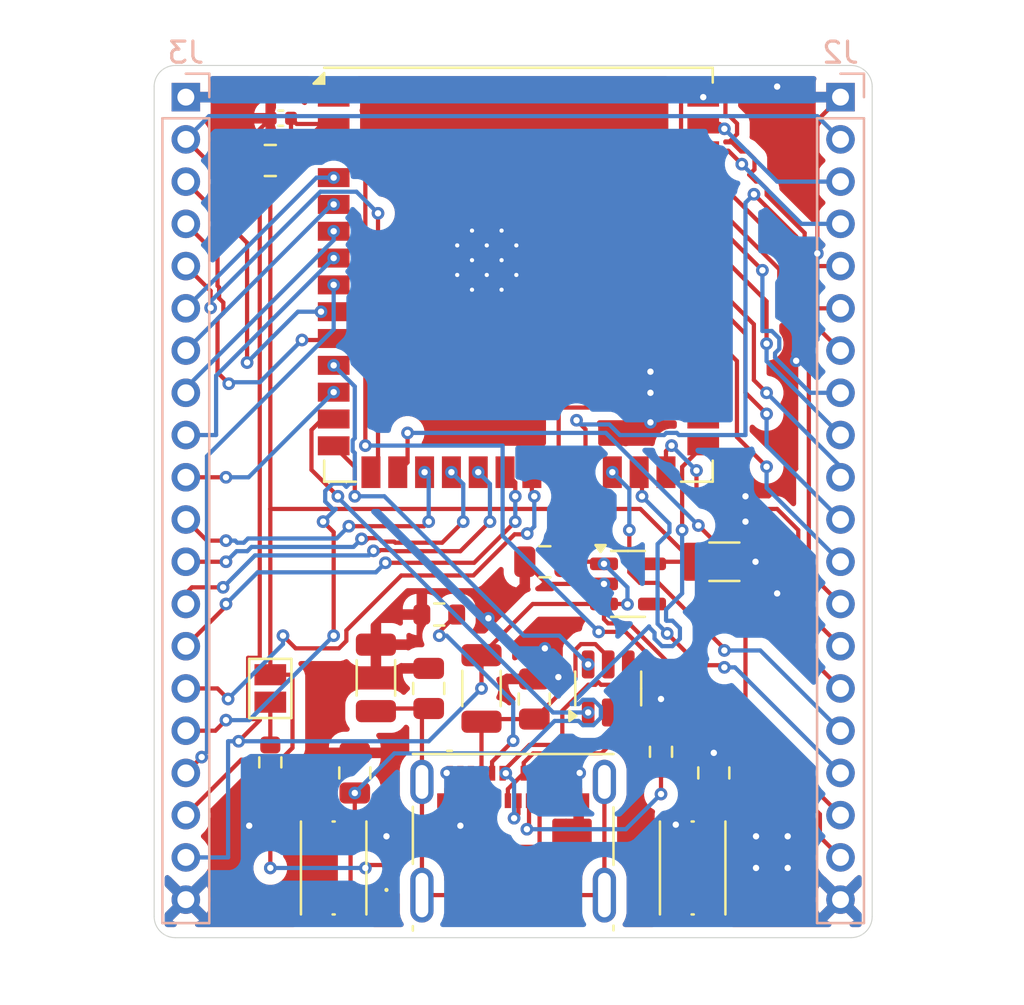
<source format=kicad_pcb>
(kicad_pcb (version 20241229) (generator "pcbnew") (generator_version "9.0")
  (layers (0 "F.Cu" signal) (2 "B.Cu" signal) (13 "F.Paste" user) (15 "B.Paste" user) (5 "F.SilkS" user "F.Silkscreen") (7 "B.SilkS" user "B.Silkscreen") (1 "F.Mask" user) (3 "B.Mask" user) (25 "Edge.Cuts" user))
  (net 0 "")
  (net 1 "+5V")
  (net 2 "GND")
  (net 3 "/en")
  (net 4 "/boot")
  (net 5 "VBUS")
  (net 6 "Net-(J1-SHIELD)")
  (net 7 "+3V3")
  (net 10 "Net-(D2-A)")
  (net 11 "/D-")
  (net 13 "Net-(J1-CC1)")
  (net 14 "/D+")
  (net 15 "Net-(J1-CC2)")
  (net 18 "/GPIO6")
  (net 19 "/GPIO13")
  (net 20 "/GPIO8")
  (net 21 "/GPIO7")
  (net 22 "/GPIO15")
  (net 23 "/GPIO0")
  (net 24 "/GPIO4")
  (net 25 "/GPIO9")
  (net 26 "/GPIO3")
  (net 27 "/GPIO2")
  (net 28 "/GPIO5")
  (net 29 "/GPIO1")
  (net 30 "/GPIO11")
  (net 31 "/GPIO12")
  (net 32 "/GPIO14")
  (net 33 "/GPIO16")
  (net 34 "/GPIO28")
  (net 35 "/GPIO24")
  (net 36 "/GPIO20")
  (net 37 "/GPIO26")
  (net 38 "/GPIO29")
  (net 39 "/GPIO27")
  (net 40 "/GPIO30")
  (net 41 "/GPIO25")
  (net 42 "/GPIO18")
  (net 43 "/GPIO17")
  (net 44 "/GPIO22")
  (net 45 "/GPIO23")
  (net 46 "/GPIO19")
  (net 47 "/GPIO21")
  (net 48 "Net-(JP1-A)")
  (net 49 "/USB_D-")
  (net 50 "/USB_D+")
  (footprint "Capacitor_SMD:C_0805_2012Metric" (layer "F.Cu") (at 90 55 90)
    (property "Reference" "C2" (hide yes))
    (property "Value" "0.1u" (hide yes))
  )
  (footprint "Capacitor_SMD:C_0805_2012Metric" (layer "F.Cu") (at 82 45 180)
    (property "Reference" "C6" (hide yes))
    (property "Value" "10u" (hide yes))
  )
  (footprint "Capacitor_SMD:C_0805_2012Metric" (layer "F.Cu") (at 76.5 51 90)
    (property "Reference" "C5" (hide yes))
    (property "Value" "0.1u" (hide yes))
  )
  (footprint "Button_Switch_SMD:SW_Push_1P1T_NO_CK_KMR2" (layer "F.Cu") (at 89 59.5 90)
    (property "Reference" "SW1" (hide yes))
    (property "Value" "SW_Push" (hide yes))
  )
  (footprint "Resistor_SMD:R_0603_1608Metric" (layer "F.Cu") (at 87.5 54 90)
    (property "Reference" "R2" (hide yes))
    (property "Value" "5.1k" (hide yes))
  )
  (footprint "Capacitor_SMD:C_1206_3216Metric" (layer "F.Cu") (at 90.5 45)
    (property "Reference" "C7" (hide yes))
    (property "Value" "4.7u" (hide yes))
  )
  (footprint "Capacitor_SMD:C_0805_2012Metric" (layer "F.Cu") (at 73 55 90)
    (property "Reference" "C3" (hide yes))
    (property "Value" "0.1u" (hide yes))
  )
  (footprint "Capacitor_SMD:C_0805_2012Metric" (layer "F.Cu") (at 69 26 180)
    (property "Reference" "C9" (hide yes))
    (property "Value" "0.1u" (hide yes))
  )
  (footprint "Package_TO_SOT_SMD:SOT-23-6" (layer "F.Cu") (at 85 51 90)
    (property "Reference" "U2" (hide yes))
    (property "Value" "USBLC6-2SC6" (hide yes))
  )
  (footprint "Inductor_SMD:L_1206_3216Metric" (layer "F.Cu") (at 74 50.5 -90)
    (property "Reference" "FB2" (hide yes))
    (property "Value" ">1A-" (hide yes))
  )
  (footprint "Jumper:SolderJumper-2_P1.3mm_Open_Pad1.0x1.5mm" (layer "F.Cu") (at 69 51 90)
    (property "Reference" "JP1" (hide yes))
    (property "Value" "SolderJumper_2_Open" (hide yes))
  )
  (footprint "Capacitor_SMD:C_0402_1005Metric" (layer "F.Cu") (at 69.5 24 180)
    (property "Reference" "C8" (hide yes))
    (property "Value" "10u" (hide yes))
  )
  (footprint "Capacitor_SMD:C_0805_2012Metric" (layer "F.Cu") (at 81.5 51.5 90)
    (property "Reference" "C4" (hide yes))
    (property "Value" "0.1u" (hide yes))
  )
  (footprint "Resistor_SMD:R_0603_1608Metric" (layer "F.Cu") (at 69 54.5 -90)
    (property "Reference" "R4" (hide yes))
    (property "Value" "100r" (hide yes))
  )
  (footprint "Inductor_SMD:L_1206_3216Metric" (layer "F.Cu") (at 79 51 -90)
    (property "Reference" "FB1" (hide yes))
    (property "Value" ">1A-" (hide yes))
  )
  (footprint "Resistor_SMD:R_0603_1608Metric" (layer "F.Cu") (at 77 47.5 180)
    (property "Reference" "R3" (hide yes))
    (property "Value" "5.1k" (hide yes))
  )
  (footprint "Package_TO_SOT_SMD:SOT-23-5" (layer "F.Cu") (at 85.9375 46.05)
    (property "Reference" "U3" (hide yes))
    (property "Value" "XC6220B331MR" (hide yes))
  )
  (footprint "Connector_USB:USB_C_Receptacle_Molex_105450-0101" (layer "F.Cu") (at 80.5 58.23)
    (property "Reference" "J1" (hide yes))
    (property "Value" "USB_C_Receptacle_USB2.0_16P" (hide yes))
  )
  (footprint "LED_SMD:LED_0201_0603Metric" (layer "F.Cu") (at 74.5 59.68 90)
    (property "Reference" "D2" (hide yes))
    (property "Value" "LED" (hide yes))
  )
  (footprint "RF_Module:ESP32-S3-WROOM-1U" (layer "F.Cu") (at 80.75 31.41)
    (property "Reference" "U4" (hide yes))
    (property "Value" "ESP32-S3-WROOM-2" (hide yes))
  )
  (footprint "Button_Switch_SMD:SW_Push_1P1T_NO_CK_KMR2" (layer "F.Cu") (at 72 59.5 90)
    (property "Reference" "SW2" (hide yes))
    (property "Value" "SW_Push" (hide yes))
  )
  (footprint "Connector_PinHeader_2.00mm:PinHeader_1x20_P2.00mm_Vertical" (layer "B.Cu") (at 96 23 180)
    (property "Reference" "J2")
    (property "Value" "Conn_01x20")
  )
  (footprint "Connector_PinHeader_2.00mm:PinHeader_1x20_P2.00mm_Vertical" (layer "B.Cu") (at 65 23 180)
    (property "Reference" "J3")
    (property "Value" "Conn_01x20")
  )
  (gr_line (start 64.5 21.5) (end 96.5 21.5) (stroke (width 0.05)) (layer "Edge.Cuts"))
  (gr_arc (start 64.5 62.8) (mid 63.792893 62.507107) (end 63.5 61.8) (stroke (width 0.05)) (layer "Edge.Cuts"))
  (gr_arc (start 97.5 61.8) (mid 97.207107 62.507107) (end 96.5 62.8) (stroke (width 0.05)) (layer "Edge.Cuts"))
  (gr_line (start 97.5 22.5) (end 97.5 61.8) (stroke (width 0.05)) (layer "Edge.Cuts"))
  (gr_line (start 63.5 61.8) (end 63.5 22.5) (stroke (width 0.05)) (layer "Edge.Cuts"))
  (gr_line (start 96.5 62.8) (end 64.5 62.8) (stroke (width 0.05)) (layer "Edge.Cuts"))
  (gr_arc (start 63.5 22.5) (mid 63.792893 21.792893) (end 64.5 21.5) (stroke (width 0.05)) (layer "Edge.Cuts"))
  (gr_arc (start 96.5 21.5) (mid 97.207107 21.792893) (end 97.5 22.5) (stroke (width 0.05)) (layer "Edge.Cuts"))
  (segment (start 81.425 47) (end 79 49.425) (width 0.2) (layer "F.Cu") (net 1))
  (segment (start 85.895898 47) (end 85.9125 47.016602) (width 0.2) (layer "F.Cu") (net 1))
  (segment (start 84.8 47) (end 84.8 47.72115) (width 0.2) (layer "F.Cu") (net 1))
  (segment (start 84.7 45) (end 84.8 45.1) (width 0.2) (layer "F.Cu") (net 1))
  (segment (start 84.8 47) (end 85.895898 47) (width 0.2) (layer "F.Cu") (net 1))
  (segment (start 82.949999 45) (end 84.7 45) (width 0.2) (layer "F.Cu") (net 1))
  (segment (start 68.5 52.5) (end 67.5 53.5) (width 0.2) (layer "F.Cu") (net 1))
  (segment (start 68.5 49.549001) (end 67.949 49.549001) (width 0.2) (layer "F.Cu") (net 1))
  (segment (start 85.98632 47.91922) (end 95.024 56.9569) (width 0.2) (layer "F.Cu") (net 1))
  (segment (start 84.8 47.72115) (end 84.99807 47.91922) (width 0.2) (layer "F.Cu") (net 1))
  (segment (start 68.5 52.450999) (end 68.5 52.5) (width 0.2) (layer "F.Cu") (net 1))
  (segment (start 95.024 58.024) (end 96 59) (width 0.2) (layer "F.Cu") (net 1))
  (segment (start 67.949 52.450999) (end 68.5 52.450999) (width 0.2) (layer "F.Cu") (net 1))
  (segment (start 68.5 28.5) (end 68.5 49.549001) (width 0.2) (layer "F.Cu") (net 1))
  (segment (start 84.99807 47.91922) (end 85.98632 47.91922) (width 0.2) (layer "F.Cu") (net 1))
  (segment (start 84.137501 47) (end 84.8 47) (width 0.2) (layer "F.Cu") (net 1))
  (segment (start 67.949 49.549001) (end 67.949 52.450999) (width 0.2) (layer "F.Cu") (net 1))
  (segment (start 65 25) (end 68.5 28.5) (width 0.2) (layer "F.Cu") (net 1))
  (segment (start 84.8 45.1) (end 84.445532 45.1) (width 0.2) (layer "F.Cu") (net 1))
  (segment (start 79 49.425) (end 79 51) (width 0.2) (layer "F.Cu") (net 1))
  (segment (start 84.8 47) (end 81.425 47) (width 0.2) (layer "F.Cu") (net 1))
  (segment (start 95.024 56.9569) (end 95.024 58.024) (width 0.2) (layer "F.Cu") (net 1))
  (via (at 84.8 45.1) (size 0.6) (drill 0.3) (layers "F.Cu" "B.Cu") (net 1))
  (via (at 79 51) (size 0.6) (drill 0.3) (layers "F.Cu" "B.Cu") (net 1))
  (via (at 67.5 53.5) (size 0.6) (drill 0.3) (layers "F.Cu" "B.Cu") (net 1))
  (via (at 85.9125 47.016602) (size 0.6) (drill 0.3) (layers "F.Cu" "B.Cu") (net 1))
  (segment (start 85.9125 47.016602) (end 85.9125 46.2125) (width 0.2) (layer "B.Cu") (net 1))
  (segment (start 79 51) (end 76.5 53.5) (width 0.2) (layer "B.Cu") (net 1))
  (segment (start 67.5 53.5) (end 67 53.5) (width 0.2) (layer "B.Cu") (net 1))
  (segment (start 67 59) (end 65 59) (width 0.2) (layer "B.Cu") (net 1))
  (segment (start 85.9125 46.2125) (end 84.8 45.1) (width 0.2) (layer "B.Cu") (net 1))
  (segment (start 66.101 23.899) (end 65 25) (width 0.2) (layer "B.Cu") (net 1))
  (segment (start 94.899 23.899) (end 66.101 23.899) (width 0.2) (layer "B.Cu") (net 1))
  (segment (start 96 25) (end 94.899 23.899) (width 0.2) (layer "B.Cu") (net 1))
  (segment (start 76.5 53.5) (end 67.5 53.5) (width 0.2) (layer "B.Cu") (net 1))
  (segment (start 67 53.5) (end 67 59) (width 0.2) (layer "B.Cu") (net 1))
  (segment (start 79.325735 47.674265) (end 81.050001 45.949999) (width 0.2) (layer "F.Cu") (net 2))
  (segment (start 81.050001 45) (end 82.100001 46.05) (width 0.2) (layer "F.Cu") (net 2))
  (segment (start 91.975001 43.575001) (end 91.5 43.1) (width 0.2) (layer "F.Cu") (net 2))
  (segment (start 68.050001 24.969999) (end 69.02 24) (width 0.2) (layer "F.Cu") (net 2))
  (segment (start 75.001 58.501) (end 74.5 58) (width 0.2) (layer "F.Cu") (net 2))
  (segment (start 75.001 59.65887) (end 75.001 58.501) (width 0.2) (layer "F.Cu") (net 2))
  (segment (start 72 23) (end 74 23) (width 0.2) (layer "F.Cu") (net 2))
  (segment (start 96 23) (end 94.902 24.098) (width 0.2) (layer "F.Cu") (net 2))
  (segment (start 91.975001 45) (end 91.975001 45.475001) (width 0.2) (layer "F.Cu") (net 2))
  (segment (start 68.050001 26) (end 68.050001 24.969999) (width 0.2) (layer "F.Cu") (net 2))
  (segment (start 83.5 55.015) (end 83.635002 55.015) (width 0.2) (layer "F.Cu") (net 2))
  (segment (start 74.65987 60) (end 75.001 59.65887) (width 0.2) (layer "F.Cu") (net 2))
  (segment (start 81.5 50.550001) (end 82.551471 50.550001) (width 0.2) (layer "F.Cu") (net 2))
  (segment (start 87 36) (end 87 37) (width 0.2) (layer "F.Cu") (net 2))
  (segment (start 74 23) (end 87 36) (width 0.2) (layer "F.Cu") (net 2))
  (segment (start 93.9 35.484372) (end 93.9 40.6) (width 0.2) (layer "F.Cu") (net 2))
  (segment (start 81.050001 45.949999) (end 81.050001 45) (width 0.2) (layer "F.Cu") (net 2))
  (segment (start 82.551471 50.550001) (end 82.638972 50.4625) (width 0.2) (layer "F.Cu") (net 2))
  (segment (start 92.6 41.9) (end 91.5 41.9) (width 0.2) (layer "F.Cu") (net 2))
  (segment (start 77.5 55.015) (end 77.364998 55.015) (width 0.2) (layer "F.Cu") (net 2))
  (segment (start 93.9 40.6) (end 92.6 41.9) (width 0.2) (layer "F.Cu") (net 2))
  (segment (start 94.902 24.098) (end 94.902 30.4) (width 0.2) (layer "F.Cu") (net 2))
  (segment (start 81.72 30.72) (end 79.25 30.72) (width 0.2) (layer "F.Cu") (net 2))
  (segment (start 85 51.734068) (end 85.734068 51) (width 0.2) (layer "F.Cu") (net 2))
  (segment (start 85.734068 51) (end 87 51) (width 0.2) (layer "F.Cu") (net 2))
  (segment (start 87.5 53.175) (end 87.5 51.5) (width 0.2) (layer "F.Cu") (net 2))
  (segment (start 87 51) (end 87.5 51.5) (width 0.2) (layer "F.Cu") (net 2))
  (segment (start 83.635002 55.015) (end 83.650002 55) (width 0.2) (layer "F.Cu") (net 2))
  (segment (start 87 36) (end 81.72 30.72) (width 0.2) (layer "F.Cu") (net 2))
  (segment (start 74.5 60) (end 74.65987 60) (width 0.2) (layer "F.Cu") (net 2))
  (segment (start 82.100001 46.05) (end 84.8 46.05) (width 0.2) (layer "F.Cu") (net 2))
  (segment (start 77.364998 55.015) (end 77.349998 55) (width 0.2) (layer "F.Cu") (net 2))
  (segment (start 91.975001 45) (end 91.975001 43.575001) (width 0.2) (layer "F.Cu") (net 2))
  (segment (start 85 52.1375) (end 85 51.734068) (width 0.2) (layer "F.Cu") (net 2))
  (segment (start 91.975001 45.475001) (end 93 46.5) (width 0.2) (layer "F.Cu") (net 2))
  (via (at 68 57.5) (size 0.6) (drill 0.3) (layers "F.Cu" "B.Cu") (net 2))
  (via (at 88.2 57.450001) (size 0.6) (drill 0.3) (layers "F.Cu" "B.Cu") (net 2))
  (via (at 74.5 58) (size 0.6) (drill 0.3) (layers "F.Cu" "B.Cu") (net 2))
  (via (at 93 22.5) (size 0.6) (drill 0.3) (layers "F.Cu" "B.Cu") (net 2))
  (via (at 92 59.5) (size 0.6) (drill 0.3) (layers "F.Cu" "B.Cu") (net 2))
  (via (at 93.5 58) (size 0.6) (drill 0.3) (layers "F.Cu" "B.Cu") (net 2))
  (via (at 79.325735 47.674265) (size 0.6) (drill 0.3) (layers "F.Cu" "B.Cu") (net 2))
  (via (at 82.638972 50.4625) (size 0.6) (drill 0.3) (layers "F.Cu" "B.Cu") (net 2))
  (via (at 93.9 35.484372) (size 0.6) (drill 0.3) (layers "F.Cu" "B.Cu") (net 2))
  (via (at 82 49.1) (size 0.6) (drill 0.3) (layers "F.Cu" "B.Cu") (net 2))
  (via (at 90 54.050001) (size 0.6) (drill 0.3) (layers "F.Cu" "B.Cu") (net 2))
  (via (at 83.650002 55) (size 0.6) (drill 0.3) (layers "F.Cu" "B.Cu") (net 2))
  (via (at 84.8 46.05) (size 0.6) (drill 0.3) (layers "F.Cu" "B.Cu") (net 2))
  (via (at 87 37) (size 0.6) (drill 0.3) (layers "F.Cu" "B.Cu") (net 2))
  (via (at 94.902 30.4) (size 0.6) (drill 0.3) (layers "F.Cu" "B.Cu") (net 2))
  (via (at 77.349998 55) (size 0.6) (drill 0.3) (layers "F.Cu" "B.Cu") (net 2))
  (via (at 89.5 23) (size 0.6) (drill 0.3) (layers "F.Cu" "B.Cu") (net 2))
  (via (at 92 58) (size 0.6) (drill 0.3) (layers "F.Cu" "B.Cu") (net 2))
  (via (at 87.5 51.5) (size 0.6) (drill 0.3) (layers "F.Cu" "B.Cu") (net 2))
  (via (at 87 36) (size 0.6) (drill 0.3) (layers "F.Cu" "B.Cu") (net 2))
  (via (at 91.5 43.1) (size 0.6) (drill 0.3) (layers "F.Cu" "B.Cu") (net 2))
  (via (at 91.975001 45) (size 0.6) (drill 0.3) (layers "F.Cu" "B.Cu") (net 2))
  (via (at 78 57.5) (size 0.6) (drill 0.3) (layers "F.Cu" "B.Cu") (net 2))
  (via (at 91.5 41.9) (size 0.6) (drill 0.3) (layers "F.Cu" "B.Cu") (net 2))
  (via (at 87 38.4) (size 0.6) (drill 0.3) (layers "F.Cu" "B.Cu") (net 2))
  (via (at 93 46.5) (size 0.6) (drill 0.3) (layers "F.Cu" "B.Cu") (net 2))
  (via (at 93.5 59.5) (size 0.6) (drill 0.3) (layers "F.Cu" "B.Cu") (net 2))
  (segment (start 94.902 34.482372) (end 93.9 35.484372) (width 0.2) (layer "B.Cu") (net 2))
  (segment (start 82 49.1) (end 80.75147 49.1) (width 0.2) (layer "B.Cu") (net 2))
  (segment (start 80.75147 49.1) (end 79.325735 47.674265) (width 0.2) (layer "B.Cu") (net 2))
  (segment (start 82.638972 49.738972) (end 82 49.1) (width 0.2) (layer "B.Cu") (net 2))
  (segment (start 91.5 41.9) (end 91.5 43.1) (width 0.2) (layer "B.Cu") (net 2))
  (segment (start 87 37) (end 87 38.4) (width 0.2) (layer "B.Cu") (net 2))
  (segment (start 82.638972 50.4625) (end 82.638972 49.738972) (width 0.2) (layer "B.Cu") (net 2))
  (segment (start 94.902 30.4) (end 94.902 34.482372) (width 0.2) (layer "B.Cu") (net 2))
  (segment (start 85.82022 48.32022) (end 88.974 51.474) (width 0.2) (layer "F.Cu") (net 3))
  (segment (start 88.974 51.474) (end 88.974 54.923999) (width 0.2) (layer "F.Cu") (net 3))
  (segment (start 89.8 56.149999) (end 90 55.949999) (width 0.2) (layer "F.Cu") (net 3))
  (segment (start 73.5 26.09) (end 73.5 39.5) (width 0.2) (layer "F.Cu") (net 3))
  (segment (start 88.974 54.923999) (end 90 55.949999) (width 0.2) (layer "F.Cu") (net 3))
  (segment (start 89.8 61.549999) (end 89.8 57.450001) (width 0.2) (layer "F.Cu") (net 3))
  (segment (start 72.95 25.54) (end 73.5 26.09) (width 0.2) (layer "F.Cu") (net 3))
  (segment (start 89.8 57.450001) (end 89.8 56.149999) (width 0.2) (layer "F.Cu") (net 3))
  (segment (start 72 25.54) (end 72.95 25.54) (width 0.2) (layer "F.Cu") (net 3))
  (segment (start 84.549127 48.32022) (end 85.82022 48.32022) (width 0.2) (layer "F.Cu") (net 3))
  (via (at 73.5 39.5) (size 0.6) (drill 0.3) (layers "F.Cu" "B.Cu") (net 3))
  (via (at 84.549127 48.32022) (size 0.6) (drill 0.3) (layers "F.Cu" "B.Cu") (net 3))
  (segment (start 73.5 39.5) (end 80 39.5) (width 0.2) (layer "B.Cu") (net 3))
  (segment (start 80 39.5) (end 80 43.771093) (width 0.2) (layer "B.Cu") (net 3))
  (segment (start 80 43.771093) (end 84.549127 48.32022) (width 0.2) (layer "B.Cu") (net 3))
  (segment (start 88.5 40.51) (end 89.5 39.51) (width 0.2) (layer "F.Cu") (net 4))
  (segment (start 88.5 43.5) (end 88.5 40.51) (width 0.2) (layer "F.Cu") (net 4))
  (segment (start 72.8 57.450001) (end 72.8 61.549999) (width 0.2) (layer "F.Cu") (net 4))
  (segment (start 73 57.250001) (end 72.8 57.450001) (width 0.2) (layer "F.Cu") (net 4))
  (segment (start 73 55.949999) (end 73 57.250001) (width 0.2) (layer "F.Cu") (net 4))
  (via (at 88.5 43.5) (size 0.6) (drill 0.3) (layers "F.Cu" "B.Cu") (net 4))
  (via (at 73 55.949999) (size 0.6) (drill 0.3) (layers "F.Cu" "B.Cu") (net 4))
  (segment (start 84.298944 52.7385) (end 83.801058 52.7385) (width 0.2) (layer "B.Cu") (net 4))
  (segment (start 86.937235 48.104335) (end 86.937235 48.062765) (width 0.2) (layer "B.Cu") (net 4))
  (segment (start 87.739235 47.260765) (end 87.739235 47.772135) (width 0.2) (layer "B.Cu") (net 4))
  (segment (start 88.0434 47.793457) (end 88.395457 48.145514) (width 0.2) (layer "B.Cu") (net 4))
  (segment (start 86.937235 48.062765) (end 83.2635 51.7365) (width 0.2) (layer "B.Cu") (net 4))
  (segment (start 88.395457 48.145514) (end 88.395457 48.6434) (width 0.2) (layer "B.Cu") (net 4))
  (segment (start 87.760557 47.793457) (end 88.0434 47.793457) (width 0.2) (layer "B.Cu") (net 4))
  (segment (start 83.601058 51.7365) (end 83.801058 51.5365) (width 0.2) (layer "B.Cu") (net 4))
  (segment (start 87.193457 48.360557) (end 86.937235 48.104335) (width 0.2) (layer "B.Cu") (net 4))
  (segment (start 88.0434 48.995457) (end 87.545514 48.995457) (width 0.2) (layer "B.Cu") (net 4))
  (segment (start 88.5 43.5) (end 88.5 46.5) (width 0.2) (layer "B.Cu") (net 4))
  (segment (start 82.4615 52.5385) (end 80.926 54.074) (width 0.2) (layer "B.Cu") (net 4))
  (segment (start 83.801058 52.7385) (end 83.601058 52.5385) (width 0.2) (layer "B.Cu") (net 4))
  (segment (start 84.651001 52.386443) (end 84.298944 52.7385) (width 0.2) (layer "B.Cu") (net 4))
  (segment (start 88.395457 48.6434) (end 88.0434 48.995457) (width 0.2) (layer "B.Cu") (net 4))
  (segment (start 83.2635 51.7365) (end 83.601058 51.7365) (width 0.2) (layer "B.Cu") (net 4))
  (segment (start 74.875999 54.074) (end 73 55.949999) (width 0.2) (layer "B.Cu") (net 4))
  (segment (start 83.601058 52.5385) (end 82.4615 52.5385) (width 0.2) (layer "B.Cu") (net 4))
  (segment (start 87.193457 48.6434) (end 87.193457 48.360557) (width 0.2) (layer "B.Cu") (net 4))
  (segment (start 80.926 54.074) (end 74.875999 54.074) (width 0.2) (layer "B.Cu") (net 4))
  (segment (start 88.5 46.5) (end 87.739235 47.260765) (width 0.2) (layer "B.Cu") (net 4))
  (segment (start 87.739235 47.772135) (end 87.760557 47.793457) (width 0.2) (layer "B.Cu") (net 4))
  (segment (start 84.651001 51.888557) (end 84.651001 52.386443) (width 0.2) (layer "B.Cu") (net 4))
  (segment (start 83.801058 51.5365) (end 84.298944 51.5365) (width 0.2) (layer "B.Cu") (net 4))
  (segment (start 84.298944 51.5365) (end 84.651001 51.888557) (width 0.2) (layer "B.Cu") (net 4))
  (segment (start 87.545514 48.995457) (end 87.193457 48.6434) (width 0.2) (layer "B.Cu") (net 4))
  (segment (start 79.25 58.5) (end 81.75 58.5) (width 0.2) (layer "F.Cu") (net 5))
  (segment (start 79.25 56.315) (end 79.25 58.5) (width 0.2) (layer "F.Cu") (net 5))
  (segment (start 81.5 52.449999) (end 79.125001 52.449999) (width 0.2) (layer "F.Cu") (net 5))
  (segment (start 79 55.015) (end 79 55.565) (width 0.2) (layer "F.Cu") (net 5))
  (segment (start 79.25 55.815) (end 79.25 56.315) (width 0.2) (layer "F.Cu") (net 5))
  (segment (start 79 55.565) (end 79.25 55.815) (width 0.2) (layer "F.Cu") (net 5))
  (segment (start 83.449001 49.159032) (end 83.449001 50.500998) (width 0.2) (layer "F.Cu") (net 5))
  (segment (start 79 52.575) (end 79 55.015) (width 0.2) (layer "F.Cu") (net 5))
  (segment (start 81.75 56.315) (end 81.75 55.765) (width 0.2) (layer "F.Cu") (net 5))
  (segment (start 81.75 58.5) (end 81.75 56.315) (width 0.2) (layer "F.Cu") (net 5))
  (segment (start 83.449001 50.500998) (end 81.5 52.449999) (width 0.2) (layer "F.Cu") (net 5))
  (segment (start 81.75 55.765) (end 82 55.515) (width 0.2) (layer "F.Cu") (net 5))
  (segment (start 84.390969 48.899) (end 83.709033 48.899) (width 0.2) (layer "F.Cu") (net 5))
  (segment (start 82 55.515) (end 82 55.015) (width 0.2) (layer "F.Cu") (net 5))
  (segment (start 79.125001 52.449999) (end 79 52.575) (width 0.2) (layer "F.Cu") (net 5))
  (segment (start 83.709033 48.899) (end 83.449001 49.159032) (width 0.2) (layer "F.Cu") (net 5))
  (segment (start 85 49.8625) (end 85 49.508031) (width 0.2) (layer "F.Cu") (net 5))
  (segment (start 85 49.508031) (end 84.390969 48.899) (width 0.2) (layer "F.Cu") (net 5))
  (segment (start 76.18 52.269999) (end 76.5 51.949999) (width 0.2) (layer "F.Cu") (net 6))
  (segment (start 76.18 60.785) (end 76.18 55.425) (width 0.2) (layer "F.Cu") (net 6))
  (segment (start 84.82 55.425) (end 84.82 60.785) (width 0.2) (layer "F.Cu") (net 6))
  (segment (start 76.18 55.425) (end 76.18 52.269999) (width 0.2) (layer "F.Cu") (net 6))
  (segment (start 74.125001 51.949999) (end 74 52.075) (width 0.2) (layer "F.Cu") (net 6))
  (segment (start 76.5 51.949999) (end 74.125001 51.949999) (width 0.2) (layer "F.Cu") (net 6))
  (segment (start 84.82 60.785) (end 76.18 60.785) (width 0.2) (layer "F.Cu") (net 6))
  (segment (start 69.98 24) (end 69.98 25.969999) (width 0.2) (layer "F.Cu") (net 7))
  (segment (start 67.624 54.376) (end 69.488064 54.376) (width 0.2) (layer "F.Cu") (net 7))
  (segment (start 89.024999 45) (end 87.175 45) (width 0.2) (layer "F.Cu") (net 7))
  (segment (start 69.488064 54.376) (end 70.051 53.813064) (width 0.2) (layer "F.Cu") (net 7))
  (segment (start 70.25 24.27) (end 69.98 24) (width 0.2) (layer "F.Cu") (net 7))
  (segment (start 72 24.27) (end 70.25 24.27) (width 0.2) (layer "F.Cu") (net 7))
  (segment (start 69 26.738) (end 69 42.5) (width 0.2) (layer "F.Cu") (net 7))
  (segment (start 69.98 25.969999) (end 69.949999 26) (width 0.2) (layer "F.Cu") (net 7))
  (segment (start 65 57) (end 67.624 54.376) (width 0.2) (layer "F.Cu") (net 7))
  (segment (start 72 24.27) (end 71.468 24.27) (width 0.2) (layer "F.Cu") (net 7))
  (segment (start 91.5 52.5) (end 91.5 47.475001) (width 0.2) (layer "F.Cu") (net 7))
  (segment (start 70.051 50.451001) (end 69.95 50.350001) (width 0.2) (layer "F.Cu") (net 7))
  (segment (start 70.051 53.813064) (end 70.051 50.451001) (width 0.2) (layer "F.Cu") (net 7))
  (segment (start 96 57) (end 91.5 52.5) (width 0.2) (layer "F.Cu") (net 7))
  (segment (start 91.5 47.475001) (end 89.024999 45) (width 0.2) (layer "F.Cu") (net 7))
  (segment (start 69 42.5) (end 69 50.350001) (width 0.2) (layer "F.Cu") (net 7))
  (segment (start 69.95 50.350001) (end 69 50.350001) (width 0.2) (layer "F.Cu") (net 7))
  (segment (start 86.524999 42.5) (end 89.024999 45) (width 0.2) (layer "F.Cu") (net 7))
  (segment (start 71.468 24.27) (end 69 26.738) (width 0.2) (layer "F.Cu") (net 7))
  (segment (start 69 42.5) (end 86.524999 42.5) (width 0.2) (layer "F.Cu") (net 7))
  (segment (start 87.175 45) (end 87.075 45.1) (width 0.2) (layer "F.Cu") (net 7))
  (segment (start 69 55.325) (end 69 59.5) (width 0.2) (layer "F.Cu") (net 10))
  (segment (start 73.5 59.5) (end 73.64 59.36) (width 0.2) (layer "F.Cu") (net 10))
  (segment (start 73.64 59.36) (end 74.5 59.36) (width 0.2) (layer "F.Cu") (net 10))
  (via (at 73.5 59.5) (size 0.6) (drill 0.3) (layers "F.Cu" "B.Cu") (net 10))
  (via (at 69 59.5) (size 0.6) (drill 0.3) (layers "F.Cu" "B.Cu") (net 10))
  (segment (start 69 59.5) (end 73.5 59.5) (width 0.2) (layer "B.Cu") (net 10))
  (segment (start 80.25 55.765) (end 81 55.015) (width 0.2) (layer "F.Cu") (net 11))
  (segment (start 84.675998 54.074) (end 81.443059 54.074) (width 0.2) (layer "F.Cu") (net 11))
  (segment (start 85.949999 52.799999) (end 84.675998 54.074) (width 0.2) (layer "F.Cu") (net 11))
  (segment (start 81.443059 54.074) (end 81 54.517059) (width 0.2) (layer "F.Cu") (net 11))
  (segment (start 85.949999 52.1375) (end 85.949999 52.799999) (width 0.2) (layer "F.Cu") (net 11))
  (segment (start 81 54.517059) (end 81 55.015) (width 0.2) (layer "F.Cu") (net 11))
  (segment (start 80.25 56.315) (end 80.25 55.765) (width 0.2) (layer "F.Cu") (net 11))
  (segment (start 79.5 54.474) (end 80.5 53.474) (width 0.2) (layer "F.Cu") (net 13))
  (segment (start 77 48.325) (end 77.825 47.5) (width 0.2) (layer "F.Cu") (net 13))
  (segment (start 77 48.5) (end 77 48.325) (width 0.2) (layer "F.Cu") (net 13))
  (segment (start 79.5 55.015) (end 79.5 54.474) (width 0.2) (layer "F.Cu") (net 13))
  (via (at 80.5 53.474) (size 0.6) (drill 0.3) (layers "F.Cu" "B.Cu") (net 13))
  (via (at 77 48.5) (size 0.6) (drill 0.3) (layers "F.Cu" "B.Cu") (net 13))
  (segment (start 77.349943 48.5) (end 77 48.5) (width 0.2) (layer "B.Cu") (net 13))
  (segment (start 80.5 51.650057) (end 77.349943 48.5) (width 0.2) (layer "B.Cu") (net 13))
  (segment (start 80.5 53.474) (end 80.5 51.650057) (width 0.2) (layer "B.Cu") (net 13))
  (segment (start 84.390969 50.826) (end 84.057033 50.826) (width 0.2) (layer "F.Cu") (net 14))
  (segment (start 84.525 50.691968) (end 84.390969 50.826) (width 0.2) (layer "F.Cu") (net 14))
  (segment (start 84.659032 50.826) (end 84.525 50.691968) (width 0.2) (layer "F.Cu") (net 14))
  (segment (start 85.949999 50.550001) (end 85.899998 50.5) (width 0.2) (layer "F.Cu") (net 14))
  (segment (start 85.340968 50.826) (end 84.659032 50.826) (width 0.2) (layer "F.Cu") (net 14))
  (segment (start 80 55.015) (end 80.150002 55.015) (width 0.2) (layer "F.Cu") (net 14))
  (segment (start 82.327 53.673) (end 81.276959 53.673) (width 0.2) (layer "F.Cu") (net 14))
  (segment (start 80.75 56.315) (end 80.75 56.937129) (width 0.2) (layer "F.Cu") (net 14))
  (segment (start 82.827 52.056033) (end 82.827 53.173) (width 0.2) (layer "F.Cu") (net 14))
  (segment (start 82.827 53.173) (end 82.327 53.673) (width 0.2) (layer "F.Cu") (net 14))
  (segment (start 85.899998 50.5) (end 85.601 50.5) (width 0.2) (layer "F.Cu") (net 14))
  (segment (start 80 54.949959) (end 80 55.015) (width 0.2) (layer "F.Cu") (net 14))
  (segment (start 85.949999 49.8625) (end 85.949999 50.550001) (width 0.2) (layer "F.Cu") (net 14))
  (segment (start 84.057033 50.826) (end 82.827 52.056033) (width 0.2) (layer "F.Cu") (net 14))
  (segment (start 80.75 56.937129) (end 80.543018 57.144111) (width 0.2) (layer "F.Cu") (net 14))
  (segment (start 85.601 50.565968) (end 85.340968 50.826) (width 0.2) (layer "F.Cu") (net 14))
  (segment (start 81.276959 53.673) (end 80 54.949959) (width 0.2) (layer "F.Cu") (net 14))
  (segment (start 85.601 50.5) (end 85.601 50.565968) (width 0.2) (layer "F.Cu") (net 14))
  (via (at 80.543018 57.144111) (size 0.6) (drill 0.3) (layers "F.Cu" "B.Cu") (net 14))
  (via (at 80.150002 55.015) (size 0.6) (drill 0.3) (layers "F.Cu" "B.Cu") (net 14))
  (segment (start 80.543018 55.408016) (end 80.150002 55.015) (width 0.2) (layer "B.Cu") (net 14))
  (segment (start 80.543018 57.144111) (end 80.543018 55.408016) (width 0.2) (layer "B.Cu") (net 14))
  (segment (start 87.5 54.825) (end 87.5 56) (width 0.2) (layer "F.Cu") (net 15))
  (segment (start 81.15 57.665236) (end 81.25 57.565236) (width 0.2) (layer "F.Cu") (net 15))
  (segment (start 81.25 57.565236) (end 81.25 56.315) (width 0.2) (layer "F.Cu") (net 15))
  (via (at 81.15 57.665236) (size 0.6) (drill 0.3) (layers "F.Cu" "B.Cu") (net 15))
  (via (at 87.5 56) (size 0.6) (drill 0.3) (layers "F.Cu" "B.Cu") (net 15))
  (segment (start 85.834764 57.665236) (end 81.15 57.665236) (width 0.2) (layer "B.Cu") (net 15))
  (segment (start 87.5 56) (end 85.834764 57.665236) (width 0.2) (layer "B.Cu") (net 15))
  (via (at 72 30.62) (size 0.6) (drill 0.3) (layers "F.Cu" "B.Cu") (net 18))
  (segment (start 65 39) (end 66.4329 39) (width 0.2) (layer "B.Cu") (net 18))
  (segment (start 66.4329 36.1871) (end 72 30.62) (width 0.2) (layer "B.Cu") (net 18))
  (segment (start 66.4329 39) (end 66.4329 36.1871) (width 0.2) (layer "B.Cu") (net 18))
  (segment (start 66.5 51) (end 65 51) (width 0.2) (layer "F.Cu") (net 19))
  (segment (start 78.616864 45.650236) (end 75.201821 45.650236) (width 0.2) (layer "F.Cu") (net 19))
  (segment (start 80.5661 43.701) (end 78.616864 45.650236) (width 0.2) (layer "F.Cu") (net 19))
  (segment (start 81.165687 43.665687) (end 81.130374 43.701) (width 0.2) (layer "F.Cu") (net 19))
  (segment (start 67 51.5) (end 66.5 51) (width 0.2) (layer "F.Cu") (net 19))
  (segment (start 72.601 48.748943) (end 72.248943 49.101) (width 0.2) (layer "F.Cu") (net 19))
  (segment (start 70.201 49.101) (end 69.6 48.5) (width 0.2) (layer "F.Cu") (net 19))
  (segment (start 72.248943 49.101) (end 70.201 49.101) (width 0.2) (layer "F.Cu") (net 19))
  (segment (start 75.201821 45.650236) (end 72.601 48.251057) (width 0.2) (layer "F.Cu") (net 19))
  (segment (start 72.601 48.251057) (end 72.601 48.748943) (width 0.2) (layer "F.Cu") (net 19))
  (segment (start 81.385 40.76) (end 81.385 41.785) (width 0.2) (layer "F.Cu") (net 19))
  (segment (start 81.130374 43.701) (end 80.5661 43.701) (width 0.2) (layer "F.Cu") (net 19))
  (segment (start 81.385 41.785) (end 81.5 41.9) (width 0.2) (layer "F.Cu") (net 19))
  (via (at 69.6 48.5) (size 0.6) (drill 0.3) (layers "F.Cu" "B.Cu") (net 19))
  (via (at 67 51.5) (size 0.6) (drill 0.3) (layers "F.Cu" "B.Cu") (net 19))
  (via (at 81.5 41.9) (size 0.6) (drill 0.3) (layers "F.Cu" "B.Cu") (net 19))
  (via (at 81.165687 43.665687) (size 0.6) (drill 0.3) (layers "F.Cu" "B.Cu") (net 19))
  (segment (start 69.6 48.9) (end 67 51.5) (width 0.2) (layer "B.Cu") (net 19))
  (segment (start 69.6 48.5) (end 69.6 48.9) (width 0.2) (layer "B.Cu") (net 19))
  (segment (start 81.5 43.331374) (end 81.165687 43.665687) (width 0.2) (layer "B.Cu") (net 19))
  (segment (start 81.5 41.9) (end 81.5 43.331374) (width 0.2) (layer "B.Cu") (net 19))
  (segment (start 66 44) (end 66.9 44) (width 0.2) (layer "F.Cu") (net 20))
  (segment (start 65 43) (end 66 44) (width 0.2) (layer "F.Cu") (net 20))
  (segment (start 72.719393 43.317863) (end 76.282137 43.317863) (width 0.2) (layer "F.Cu") (net 20))
  (segment (start 76.282137 43.317863) (end 76.5 43.1) (width 0.2) (layer "F.Cu") (net 20))
  (via (at 66.9 44) (size 0.6) (drill 0.3) (layers "F.Cu" "B.Cu") (net 20))
  (via (at 76.5 43.1) (size 0.6) (drill 0.3) (layers "F.Cu" "B.Cu") (net 20))
  (via (at 76.305 40.76) (size 0.6) (drill 0.3) (layers "F.Cu" "B.Cu") (net 20))
  (via (at 72.719393 43.317863) (size 0.6) (drill 0.3) (layers "F.Cu" "B.Cu") (net 20))
  (segment (start 72.139259 43.897997) (end 72.719393 43.317863) (width 0.2) (layer "B.Cu") (net 20))
  (segment (start 76.5 40.955) (end 76.305 40.76) (width 0.2) (layer "B.Cu") (net 20))
  (segment (start 67.944038 43.897997) (end 72.139259 43.897997) (width 0.2) (layer "B.Cu") (net 20))
  (segment (start 67.3329 44) (end 67.4319 44.099) (width 0.2) (layer "B.Cu") (net 20))
  (segment (start 67.743035 44.099) (end 67.944038 43.897997) (width 0.2) (layer "B.Cu") (net 20))
  (segment (start 66.9 44) (end 67.3329 44) (width 0.2) (layer "B.Cu") (net 20))
  (segment (start 67.4319 44.099) (end 67.743035 44.099) (width 0.2) (layer "B.Cu") (net 20))
  (segment (start 76.5 43.1) (end 76.5 40.955) (width 0.2) (layer "B.Cu") (net 20))
  (segment (start 65 41) (end 66.9 41) (width 0.2) (layer "F.Cu") (net 21))
  (via (at 72 36.97) (size 0.6) (drill 0.3) (layers "F.Cu" "B.Cu") (net 21))
  (via (at 66.9 41) (size 0.6) (drill 0.3) (layers "F.Cu" "B.Cu") (net 21))
  (segment (start 67.97 41) (end 72 36.97) (width 0.2) (layer "B.Cu") (net 21))
  (segment (start 66.9 41) (end 67.97 41) (width 0.2) (layer "B.Cu") (net 21))
  (segment (start 65.75 54.25) (end 65 55) (width 0.2) (layer "F.Cu") (net 22))
  (via (at 72 31.89) (size 0.6) (drill 0.3) (layers "F.Cu" "B.Cu") (net 22))
  (via (at 65.75 54.25) (size 0.6) (drill 0.3) (layers "F.Cu" "B.Cu") (net 22))
  (segment (start 65.75 54.25) (end 66 54) (width 0.2) (layer "B.Cu") (net 22))
  (segment (start 66 40) (end 72 34) (width 0.2) (layer "B.Cu") (net 22))
  (segment (start 72 34) (end 72 31.89) (width 0.2) (layer "B.Cu") (net 22))
  (segment (start 66 54) (end 66 40) (width 0.2) (layer "B.Cu") (net 22))
  (segment (start 90.27 24.27) (end 90.5 24.5) (width 0.2) (layer "F.Cu") (net 23))
  (segment (start 89.5 24.27) (end 90.27 24.27) (width 0.2) (layer "F.Cu") (net 23))
  (via (at 90.5 24.5) (size 0.6) (drill 0.3) (layers "F.Cu" "B.Cu") (net 23))
  (segment (start 90.5 24.5) (end 93 27) (width 0.2) (layer "B.Cu") (net 23))
  (segment (start 93 27) (end 96 27) (width 0.2) (layer "B.Cu") (net 23))
  (via (at 72 28.08) (size 0.6) (drill 0.3) (layers "F.Cu" "B.Cu") (net 24))
  (segment (start 65 35) (end 71.92 28.08) (width 0.2) (layer "B.Cu") (net 24))
  (segment (start 71.92 28.08) (end 72 28.08) (width 0.2) (layer "B.Cu") (net 24))
  (segment (start 74.865807 44.047236) (end 74.917571 44.099) (width 0.2) (layer "F.Cu") (net 25))
  (segment (start 65 45) (end 66.9 45) (width 0.2) (layer "F.Cu") (net 25))
  (segment (start 73.460106 44.058579) (end 73.636134 43.88255) (width 0.2) (layer "F.Cu") (net 25))
  (segment (start 74.917571 44.099) (end 77.137029 44.099) (width 0.2) (layer "F.Cu") (net 25))
  (segment (start 74.13402 43.88255) (end 74.298706 44.047236) (width 0.2) (layer "F.Cu") (net 25))
  (segment (start 77.137029 44.099) (end 78.136029 43.1) (width 0.2) (layer "F.Cu") (net 25))
  (segment (start 74.298706 44.047236) (end 74.865807 44.047236) (width 0.2) (layer "F.Cu") (net 25))
  (segment (start 73.31939 43.917863) (end 73.460106 44.058579) (width 0.2) (layer "F.Cu") (net 25))
  (segment (start 73.636134 43.88255) (end 74.13402 43.88255) (width 0.2) (layer "F.Cu") (net 25))
  (via (at 66.9 45) (size 0.6) (drill 0.3) (layers "F.Cu" "B.Cu") (net 25))
  (via (at 77.575 40.76) (size 0.6) (drill 0.3) (layers "F.Cu" "B.Cu") (net 25))
  (via (at 78.136029 43.1) (size 0.6) (drill 0.3) (layers "F.Cu" "B.Cu") (net 25))
  (via (at 73.31939 43.917863) (size 0.6) (drill 0.3) (layers "F.Cu" "B.Cu") (net 25))
  (segment (start 78.136029 41.321029) (end 77.575 40.76) (width 0.2) (layer "B.Cu") (net 25))
  (segment (start 68.110138 44.298997) (end 72.938256 44.298997) (width 0.2) (layer "B.Cu") (net 25))
  (segment (start 67.909135 44.5) (end 68.110138 44.298997) (width 0.2) (layer "B.Cu") (net 25))
  (segment (start 78.136029 43.1) (end 78.136029 41.321029) (width 0.2) (layer "B.Cu") (net 25))
  (segment (start 72.938256 44.298997) (end 73.31939 43.917863) (width 0.2) (layer "B.Cu") (net 25))
  (segment (start 66.9 45) (end 67.4 44.5) (width 0.2) (layer "B.Cu") (net 25))
  (segment (start 67.4 44.5) (end 67.909135 44.5) (width 0.2) (layer "B.Cu") (net 25))
  (via (at 72 26.81) (size 0.6) (drill 0.3) (layers "F.Cu" "B.Cu") (net 26))
  (segment (start 71.19 26.81) (end 72 26.81) (width 0.2) (layer "B.Cu") (net 26))
  (segment (start 65 33) (end 71.19 26.81) (width 0.2) (layer "B.Cu") (net 26))
  (segment (start 66.174265 32.976196) (end 66.174265 32.174265) (width 0.2) (layer "F.Cu") (net 27))
  (segment (start 66.17477 32.976701) (end 66.174265 32.976196) (width 0.2) (layer "F.Cu") (net 27))
  (segment (start 73.765 40.76) (end 74.1 40.425) (width 0.2) (layer "F.Cu") (net 27))
  (segment (start 66.174265 32.174265) (end 65 31) (width 0.2) (layer "F.Cu") (net 27))
  (segment (start 74.1 40.425) (end 74.1 28.5) (width 0.2) (layer "F.Cu") (net 27))
  (via (at 74.1 28.5) (size 0.6) (drill 0.3) (layers "F.Cu" "B.Cu") (net 27))
  (via (at 66.17477 32.976701) (size 0.6) (drill 0.3) (layers "F.Cu" "B.Cu") (net 27))
  (segment (start 73.079 27.479) (end 74.1 28.5) (width 0.2) (layer "B.Cu") (net 27))
  (segment (start 66.17477 32.976701) (end 66.17477 32.67376) (width 0.2) (layer "B.Cu") (net 27))
  (segment (start 71.36953 27.479) (end 73.079 27.479) (width 0.2) (layer "B.Cu") (net 27))
  (segment (start 66.17477 32.67376) (end 71.36953 27.479) (width 0.2) (layer "B.Cu") (net 27))
  (via (at 72 29.35) (size 0.6) (drill 0.3) (layers "F.Cu" "B.Cu") (net 28))
  (segment (start 72 29.770057) (end 72 29.35) (width 0.2) (layer "B.Cu") (net 28))
  (segment (start 65 36.770057) (end 72 29.770057) (width 0.2) (layer "B.Cu") (net 28))
  (segment (start 65 37) (end 65 36.770057) (width 0.2) (layer "B.Cu") (net 28))
  (segment (start 89.5 25.54) (end 90.69147 25.54) (width 0.2) (layer "F.Cu") (net 29))
  (segment (start 90.69147 25.54) (end 91.325735 26.174265) (width 0.2) (layer "F.Cu") (net 29))
  (via (at 91.325735 26.174265) (size 0.6) (drill 0.3) (layers "F.Cu" "B.Cu") (net 29))
  (segment (start 91.325735 26.174265) (end 94.15147 29) (width 0.2) (layer "B.Cu") (net 29))
  (segment (start 94.15147 29) (end 96 29) (width 0.2) (layer "B.Cu") (net 29))
  (segment (start 66.764717 46.211518) (end 65.288482 46.211518) (width 0.2) (layer "F.Cu") (net 30))
  (segment (start 73.901527 44.5) (end 74.150057 44.5) (width 0.2) (layer "F.Cu") (net 30))
  (segment (start 65 46.5) (end 65 47) (width 0.2) (layer "F.Cu") (net 30))
  (segment (start 74.201821 44.448236) (end 74.699707 44.448236) (width 0.2) (layer "F.Cu") (net 30))
  (segment (start 78 44.5) (end 79.4 43.1) (width 0.2) (layer "F.Cu") (net 30))
  (segment (start 74.150057 44.5) (end 74.201821 44.448236) (width 0.2) (layer "F.Cu") (net 30))
  (segment (start 74.699707 44.448236) (end 74.751471 44.5) (width 0.2) (layer "F.Cu") (net 30))
  (segment (start 74.751471 44.5) (end 78 44.5) (width 0.2) (layer "F.Cu") (net 30))
  (segment (start 73.885077 44.48355) (end 73.901527 44.5) (width 0.2) (layer "F.Cu") (net 30))
  (segment (start 65.288482 46.211518) (end 65 46.5) (width 0.2) (layer "F.Cu") (net 30))
  (via (at 73.885077 44.48355) (size 0.6) (drill 0.3) (layers "F.Cu" "B.Cu") (net 30))
  (via (at 79.4 43.1) (size 0.6) (drill 0.3) (layers "F.Cu" "B.Cu") (net 30))
  (via (at 66.764717 46.211518) (size 0.6) (drill 0.3) (layers "F.Cu" "B.Cu") (net 30))
  (via (at 78.845 40.76) (size 0.6) (drill 0.3) (layers "F.Cu" "B.Cu") (net 30))
  (segment (start 73.66863 44.699997) (end 73.885077 44.48355) (width 0.2) (layer "B.Cu") (net 30))
  (segment (start 68.276238 44.699997) (end 73.66863 44.699997) (width 0.2) (layer "B.Cu") (net 30))
  (segment (start 79.4 43.1) (end 79.4 41.315) (width 0.2) (layer "B.Cu") (net 30))
  (segment (start 79.4 41.315) (end 78.845 40.76) (width 0.2) (layer "B.Cu") (net 30))
  (segment (start 66.764717 46.211518) (end 68.276238 44.699997) (width 0.2) (layer "B.Cu") (net 30))
  (segment (start 66.9 47.1) (end 65 49) (width 0.2) (layer "F.Cu") (net 31))
  (segment (start 66.9 47) (end 66.9 47.1) (width 0.2) (layer "F.Cu") (net 31))
  (segment (start 78.650764 45.049236) (end 80.6 43.1) (width 0.2) (layer "F.Cu") (net 31))
  (segment (start 80.6 41.9) (end 80.6 41.245) (width 0.2) (layer "F.Cu") (net 31))
  (segment (start 74.450764 45.049236) (end 78.650764 45.049236) (width 0.2) (layer "F.Cu") (net 31))
  (segment (start 80.6 41.245) (end 80.115 40.76) (width 0.2) (layer "F.Cu") (net 31))
  (via (at 80.6 41.9) (size 0.6) (drill 0.3) (layers "F.Cu" "B.Cu") (net 31))
  (via (at 66.9 47) (size 0.6) (drill 0.3) (layers "F.Cu" "B.Cu") (net 31))
  (via (at 80.6 43.1) (size 0.6) (drill 0.3) (layers "F.Cu" "B.Cu") (net 31))
  (via (at 74.450764 45.049236) (size 0.6) (drill 0.3) (layers "F.Cu" "B.Cu") (net 31))
  (segment (start 68.4 45.5) (end 74 45.5) (width 0.2) (layer "B.Cu") (net 31))
  (segment (start 80.6 43.1) (end 80.6 41.9) (width 0.2) (layer "B.Cu") (net 31))
  (segment (start 66.9 47) (end 68.4 45.5) (width 0.2) (layer "B.Cu") (net 31))
  (segment (start 74 45.5) (end 74.450764 45.049236) (width 0.2) (layer "B.Cu") (net 31))
  (segment (start 91.101 24.748943) (end 90.748943 25.101) (width 0.2) (layer "F.Cu") (net 32))
  (segment (start 94.302 31) (end 96 31) (width 0.2) (layer "F.Cu") (net 32))
  (segment (start 90.551 25.139) (end 90.85757 25.139) (width 0.2) (layer "F.Cu") (net 32))
  (segment (start 92.50247 27.63243) (end 94.302 29.43196) (width 0.2) (layer "F.Cu") (net 32))
  (segment (start 91.926735 26.423208) (end 91.674972 26.674972) (width 0.2) (layer "F.Cu") (net 32))
  (segment (start 91.99753 26.99753) (end 92.150413 26.99753) (width 0.2) (layer "F.Cu") (net 32))
  (segment (start 90.85757 25.139) (end 91.291835 25.573265) (width 0.2) (layer "F.Cu") (net 32))
  (segment (start 90.551 25.101) (end 90.551 25.139) (width 0.2) (layer "F.Cu") (net 32))
  (segment (start 88.449 22.249) (end 90.551 22.249) (width 0.2) (layer "F.Cu") (net 32))
  (segment (start 90.551 23.899) (end 90.748943 23.899) (width 0.2) (layer "F.Cu") (net 32))
  (segment (start 94.302 29.43196) (end 94.302 31) (width 0.2) (layer "F.Cu") (net 32))
  (segment (start 91.574678 25.573265) (end 91.926735 25.925322) (width 0.2) (layer "F.Cu") (net 32))
  (segment (start 91.674972 26.674972) (end 91.99753 26.99753) (width 0.2) (layer "F.Cu") (net 32))
  (segment (start 92.50247 27.349587) (end 92.50247 27.63243) (width 0.2) (layer "F.Cu") (net 32))
  (segment (start 91.291835 25.573265) (end 91.574678 25.573265) (width 0.2) (layer "F.Cu") (net 32))
  (segment (start 90.551 22.249) (end 90.551 23.899) (width 0.2) (layer "F.Cu") (net 32))
  (segment (start 88.301 37.699) (end 88.449 37.551) (width 0.2) (layer "F.Cu") (net 32))
  (segment (start 92.150413 26.99753) (end 92.50247 27.349587) (width 0.2) (layer "F.Cu") (net 32))
  (segment (start 82.655 40.76) (end 82.655 37.699) (width 0.2) (layer "F.Cu") (net 32))
  (segment (start 82.655 37.699) (end 88.301 37.699) (width 0.2) (layer "F.Cu") (net 32))
  (segment (start 91.926735 25.925322) (end 91.926735 26.423208) (width 0.2) (layer "F.Cu") (net 32))
  (segment (start 88.449 37.551) (end 88.449 22.249) (width 0.2) (layer "F.Cu") (net 32))
  (segment (start 90.748943 25.101) (end 90.551 25.101) (width 0.2) (layer "F.Cu") (net 32))
  (segment (start 90.748943 23.899) (end 91.101 24.251057) (width 0.2) (layer "F.Cu") (net 32))
  (segment (start 91.101 24.251057) (end 91.101 24.748943) (width 0.2) (layer "F.Cu") (net 32))
  (segment (start 67.9 29.9) (end 67.9 35.568527) (width 0.2) (layer "F.Cu") (net 33))
  (segment (start 65 27) (end 67.9 29.9) (width 0.2) (layer "F.Cu") (net 33))
  (via (at 67.9 35.568527) (size 0.6) (drill 0.3) (layers "F.Cu" "B.Cu") (net 33))
  (via (at 71.4 33.16) (size 0.6) (drill 0.3) (layers "F.Cu" "B.Cu") (net 33))
  (segment (start 67.9 35.568527) (end 70.308527 33.16) (width 0.2) (layer "B.Cu") (net 33))
  (segment (start 70.308527 33.16) (end 71.4 33.16) (width 0.2) (layer "B.Cu") (net 33))
  (segment (start 89.900999 44.900999) (end 89.900999 43.913129) (width 0.2) (layer "F.Cu") (net 34))
  (segment (start 96 51) (end 89.900999 44.900999) (width 0.2) (layer "F.Cu") (net 34))
  (segment (start 75.5 38.9) (end 75.5 40.295) (width 0.2) (layer "F.Cu") (net 34))
  (segment (start 89.900999 43.913129) (end 89.269672 43.281802) (width 0.2) (layer "F.Cu") (net 34))
  (segment (start 75.5 40.295) (end 75.035 40.76) (width 0.2) (layer "F.Cu") (net 34))
  (via (at 89.269672 43.281802) (size 0.6) (drill 0.3) (layers "F.Cu" "B.Cu") (net 34))
  (via (at 75.5 38.9) (size 0.6) (drill 0.3) (layers "F.Cu" "B.Cu") (net 34))
  (segment (start 84.88787 38.9) (end 75.5 38.9) (width 0.2) (layer "B.Cu") (net 34))
  (segment (start 89.269672 43.281802) (end 84.88787 38.9) (width 0.2) (layer "B.Cu") (net 34))
  (segment (start 90.45347 29.35) (end 92.301735 31.198265) (width 0.2) (layer "F.Cu") (net 35))
  (segment (start 89.5 29.35) (end 90.45347 29.35) (width 0.2) (layer "F.Cu") (net 35))
  (via (at 92.301735 31.198265) (size 0.6) (drill 0.3) (layers "F.Cu" "B.Cu") (net 35))
  (segment (start 92.9 35.3329) (end 94.5671 37) (width 0.2) (layer "B.Cu") (net 35))
  (segment (start 93.1 34.425322) (end 93.1 34.923208) (width 0.2) (layer "B.Cu") (net 35))
  (segment (start 92.301735 31.198265) (end 92.301735 34.073265) (width 0.2) (layer "B.Cu") (net 35))
  (segment (start 94.5671 37) (end 96 37) (width 0.2) (layer "B.Cu") (net 35))
  (segment (start 92.747943 34.073265) (end 93.1 34.425322) (width 0.2) (layer "B.Cu") (net 35))
  (segment (start 92.9 35.123208) (end 92.9 35.3329) (width 0.2) (layer "B.Cu") (net 35))
  (segment (start 93.1 34.923208) (end 92.9 35.123208) (width 0.2) (layer "B.Cu") (net 35))
  (segment (start 92.301735 34.073265) (end 92.747943 34.073265) (width 0.2) (layer "B.Cu") (net 35))
  (segment (start 90.032 34.43) (end 91.096 35.494) (width 0.2) (layer "F.Cu") (net 36))
  (segment (start 91.096 39.097) (end 92.499 40.5) (width 0.2) (layer "F.Cu") (net 36))
  (segment (start 89.5 34.43) (end 90.032 34.43) (width 0.2) (layer "F.Cu") (net 36))
  (segment (start 91.096 35.494) (end 91.096 39.097) (width 0.2) (layer "F.Cu") (net 36))
  (via (at 92.499 40.5) (size 0.6) (drill 0.3) (layers "F.Cu" "B.Cu") (net 36))
  (segment (start 92.499 40.5) (end 92.499 41.499) (width 0.2) (layer "B.Cu") (net 36))
  (segment (start 92.499 41.499) (end 96 45) (width 0.2) (layer "B.Cu") (net 36))
  (segment (start 94.5 34.0671) (end 94.5 45.5) (width 0.2) (layer "F.Cu") (net 37))
  (segment (start 93.099 31.147) (end 93.099 32.6661) (width 0.2) (layer "F.Cu") (net 37))
  (segment (start 90.032 28.08) (end 93.099 31.147) (width 0.2) (layer "F.Cu") (net 37))
  (segment (start 89.5 28.08) (end 90.032 28.08) (width 0.2) (layer "F.Cu") (net 37))
  (segment (start 93.099 32.6661) (end 94.5 34.0671) (width 0.2) (layer "F.Cu") (net 37))
  (segment (start 94.5 45.5) (end 96 47) (width 0.2) (layer "F.Cu") (net 37))
  (segment (start 86.5 46) (end 86 45.5) (width 0.2) (layer "F.Cu") (net 38))
  (segment (start 90.5 49.120532) (end 87.379468 46) (width 0.2) (layer "F.Cu") (net 38))
  (segment (start 90.5 49.199997) (end 90.5 49.120532) (width 0.2) (layer "F.Cu") (net 38))
  (segment (start 87.379468 46) (end 86.5 46) (width 0.2) (layer "F.Cu") (net 38))
  (segment (start 86 45.5) (end 86 43.5) (width 0.2) (layer "F.Cu") (net 38))
  (via (at 90.5 49.199997) (size 0.6) (drill 0.3) (layers "F.Cu" "B.Cu") (net 38))
  (via (at 86 43.5) (size 0.6) (drill 0.3) (layers "F.Cu" "B.Cu") (net 38))
  (via (at 85.195 40.76) (size 0.6) (drill 0.3) (layers "F.Cu" "B.Cu") (net 38))
  (segment (start 92.199997 49.199997) (end 90.5 49.199997) (width 0.2) (layer "B.Cu") (net 38))
  (segment (start 96 53) (end 92.199997 49.199997) (width 0.2) (layer "B.Cu") (net 38))
  (segment (start 86 41.565) (end 85.195 40.76) (width 0.2) (layer "B.Cu") (net 38))
  (segment (start 86 43.5) (end 86 41.565) (width 0.2) (layer "B.Cu") (net 38))
  (segment (start 87.735 40.76) (end 87.735 39.765) (width 0.2) (layer "F.Cu") (net 39))
  (segment (start 89.179265 40.679265) (end 89.179265 41.579265) (width 0.2) (layer "F.Cu") (net 39))
  (segment (start 87.735 39.765) (end 88 39.5) (width 0.2) (layer "F.Cu") (net 39))
  (segment (start 90.1 42.5) (end 93 42.5) (width 0.2) (layer "F.Cu") (net 39))
  (segment (start 94 43.5) (end 94 47) (width 0.2) (layer "F.Cu") (net 39))
  (segment (start 94 47) (end 96 49) (width 0.2) (layer "F.Cu") (net 39))
  (segment (start 93 42.5) (end 94 43.5) (width 0.2) (layer "F.Cu") (net 39))
  (segment (start 89.179265 41.579265) (end 90.1 42.5) (width 0.2) (layer "F.Cu") (net 39))
  (via (at 88 39.5) (size 0.6) (drill 0.3) (layers "F.Cu" "B.Cu") (net 39))
  (via (at 89.179265 40.679265) (size 0.6) (drill 0.3) (layers "F.Cu" "B.Cu") (net 39))
  (segment (start 89.179265 40.679265) (end 88 39.5) (width 0.2) (layer "B.Cu") (net 39))
  (segment (start 89.299 49.899) (end 90.399 49.899) (width 0.2) (layer "F.Cu") (net 40))
  (segment (start 90.399 49.899) (end 90.5 50) (width 0.2) (layer "F.Cu") (net 40))
  (segment (start 86.6 41.902754) (end 86.6 41.427) (width 0.2) (layer "F.Cu") (net 40))
  (segment (start 86.465 41.292) (end 86.465 40.76) (width 0.2) (layer "F.Cu") (net 40))
  (segment (start 87.794457 48.394457) (end 89.299 49.899) (width 0.2) (layer "F.Cu") (net 40))
  (segment (start 86.6 41.427) (end 86.465 41.292) (width 0.2) (layer "F.Cu") (net 40))
  (via (at 90.5 50) (size 0.6) (drill 0.3) (layers "F.Cu" "B.Cu") (net 40))
  (via (at 87.794457 48.394457) (size 0.6) (drill 0.3) (layers "F.Cu" "B.Cu") (net 40))
  (via (at 86.6 41.902754) (size 0.6) (drill 0.3) (layers "F.Cu" "B.Cu") (net 40))
  (segment (start 87.338235 44.161765) (end 87.338235 47.938235) (width 0.2) (layer "B.Cu") (net 40))
  (segment (start 90.5 50) (end 91 50) (width 0.2) (layer "B.Cu") (net 40))
  (segment (start 87.9 43.6) (end 87.338235 44.161765) (width 0.2) (layer "B.Cu") (net 40))
  (segment (start 91 50) (end 96 55) (width 0.2) (layer "B.Cu") (net 40))
  (segment (start 87.9 43.202754) (end 87.9 43.6) (width 0.2) (layer "B.Cu") (net 40))
  (segment (start 86.6 41.902754) (end 87.9 43.202754) (width 0.2) (layer "B.Cu") (net 40))
  (segment (start 87.338235 47.938235) (end 87.794457 48.394457) (width 0.2) (layer "B.Cu") (net 40))
  (segment (start 89.5 26.81) (end 90.032 26.81) (width 0.2) (layer "F.Cu") (net 41))
  (segment (start 90.032 26.81) (end 93.5 30.278) (width 0.2) (layer "F.Cu") (net 41))
  (segment (start 93.5 32.5) (end 96 35) (width 0.2) (layer "F.Cu") (net 41))
  (segment (start 93.5 30.278) (end 93.5 32.5) (width 0.2) (layer "F.Cu") (net 41))
  (segment (start 65 53) (end 66.4 53) (width 0.2) (layer "F.Cu") (net 42))
  (segment (start 72 43.6) (end 71.5 43.1) (width 0.2) (layer "F.Cu") (net 42))
  (segment (start 72 48.5) (end 72 43.6) (width 0.2) (layer "F.Cu") (net 42))
  (segment (start 66.4 53) (end 66.9 52.5) (width 0.2) (layer "F.Cu") (net 42))
  (via (at 66.9 52.5) (size 0.6) (drill 0.3) (layers "F.Cu" "B.Cu") (net 42))
  (via (at 72 35.7) (size 0.6) (drill 0.3) (layers "F.Cu" "B.Cu") (net 42))
  (via (at 71.5 43.1) (size 0.6) (drill 0.3) (layers "F.Cu" "B.Cu") (net 42))
  (via (at 72 48.5) (size 0.6) (drill 0.3) (layers "F.Cu" "B.Cu") (net 42))
  (segment (start 71.951054 42.501) (end 71.598997 42.148943) (width 0.2) (layer "B.Cu") (net 42))
  (segment (start 72.44894 41.299) (end 72.599999 41.450059) (width 0.2) (layer "B.Cu") (net 42))
  (segment (start 72.751057 41.299) (end 73 41.299) (width 0.2) (layer "B.Cu") (net 42))
  (segment (start 66.9 52.5) (end 68 52.5) (width 0.2) (layer "B.Cu") (net 42))
  (segment (start 72.899 39.748943) (end 72.899 39.251057) (width 0.2) (layer "B.Cu") (net 42))
  (segment (start 71.5 43.1) (end 72.099 42.501) (width 0.2) (layer "B.Cu") (net 42))
  (segment (start 73 41.299) (end 73 39.849943) (width 0.2) (layer "B.Cu") (net 42))
  (segment (start 73 39.150057) (end 73 36.7) (width 0.2) (layer "B.Cu") (net 42))
  (segment (start 71.598997 42.148943) (end 71.598997 41.651057) (width 0.2) (layer "B.Cu") (net 42))
  (segment (start 73 36.7) (end 72 35.7) (width 0.2) (layer "B.Cu") (net 42))
  (segment (start 72.899 39.251057) (end 73 39.150057) (width 0.2) (layer "B.Cu") (net 42))
  (segment (start 72.599999 41.450059) (end 72.751057 41.299) (width 0.2) (layer "B.Cu") (net 42))
  (segment (start 73 39.849943) (end 72.899 39.748943) (width 0.2) (layer "B.Cu") (net 42))
  (segment (start 71.598997 41.651057) (end 71.951054 41.299) (width 0.2) (layer "B.Cu") (net 42))
  (segment (start 72.099 42.501) (end 71.951054 42.501) (width 0.2) (layer "B.Cu") (net 42))
  (segment (start 68 52.5) (end 72 48.5) (width 0.2) (layer "B.Cu") (net 42))
  (segment (start 71.951054 41.299) (end 72.44894 41.299) (width 0.2) (layer "B.Cu") (net 42))
  (segment (start 66.5 33.501414) (end 66.77577 33.225644) (width 0.2) (layer "F.Cu") (net 43))
  (segment (start 66.77577 32.727758) (end 66.575265 32.527253) (width 0.2) (layer "F.Cu") (net 43))
  (segment (start 70.5 34.5) (end 71.93 34.5) (width 0.2) (layer "F.Cu") (net 43))
  (segment (start 66.5 30.5) (end 65 29) (width 0.2) (layer "F.Cu") (net 43))
  (segment (start 66.575265 32.527253) (end 66.575265 32.008165) (width 0.2) (layer "F.Cu") (net 43))
  (segment (start 66.77577 33.225644) (end 66.77577 32.727758) (width 0.2) (layer "F.Cu") (net 43))
  (segment (start 66.575265 32.008165) (end 66.5 31.9329) (width 0.2) (layer "F.Cu") (net 43))
  (segment (start 71.93 34.5) (end 72 34.43) (width 0.2) (layer "F.Cu") (net 43))
  (segment (start 66.5 31.9329) (end 66.5 30.5) (width 0.2) (layer "F.Cu") (net 43))
  (segment (start 67.0329 36.569257) (end 66.5 36.036357) (width 0.2) (layer "F.Cu") (net 43))
  (segment (start 66.5 36.036357) (end 66.5 33.501414) (width 0.2) (layer "F.Cu") (net 43))
  (via (at 67.0329 36.569257) (size 0.6) (drill 0.3) (layers "F.Cu" "B.Cu") (net 43))
  (via (at 70.5 34.5) (size 0.6) (drill 0.3) (layers "F.Cu" "B.Cu") (net 43))
  (segment (start 67.102157 36.5) (end 68.5 36.5) (width 0.2) (layer "B.Cu") (net 43))
  (segment (start 68.5 36.5) (end 70.5 34.5) (width 0.2) (layer "B.Cu") (net 43))
  (segment (start 67.0329 36.569257) (end 67.102157 36.5) (width 0.2) (layer "B.Cu") (net 43))
  (segment (start 89.5 31.89) (end 90.032 31.89) (width 0.2) (layer "F.Cu") (net 44))
  (segment (start 91.898 33.756) (end 91.898 36.399) (width 0.2) (layer "F.Cu") (net 44))
  (segment (start 91.898 36.399) (end 92.499 37) (width 0.2) (layer "F.Cu") (net 44))
  (segment (start 90.032 31.89) (end 91.898 33.756) (width 0.2) (layer "F.Cu") (net 44))
  (via (at 92.499 37) (size 0.6) (drill 0.3) (layers "F.Cu" "B.Cu") (net 44))
  (segment (start 92.499 37) (end 96 40.501) (width 0.2) (layer "B.Cu") (net 44))
  (segment (start 96 40.501) (end 96 41) (width 0.2) (layer "B.Cu") (net 44))
  (segment (start 90.45 30.62) (end 92.499 32.669) (width 0.2) (layer "F.Cu") (net 45))
  (segment (start 89.5 30.62) (end 90.45 30.62) (width 0.2) (layer "F.Cu") (net 45))
  (segment (start 92.499 32.669) (end 92.499 34.674265) (width 0.2) (layer "F.Cu") (net 45))
  (via (at 92.499 34.674265) (size 0.6) (drill 0.3) (layers "F.Cu" "B.Cu") (net 45))
  (segment (start 92.499 34.674265) (end 92.499 35.499) (width 0.2) (layer "B.Cu") (net 45))
  (segment (start 92.499 35.499) (end 96 39) (width 0.2) (layer "B.Cu") (net 45))
  (segment (start 93.901 29.59806) (end 91.90147 27.59853) (width 0.2) (layer "F.Cu") (net 46))
  (segment (start 94.5671 33) (end 93.901 32.3339) (width 0.2) (layer "F.Cu") (net 46))
  (segment (start 83.925 38.725) (end 83.925 40.76) (width 0.2) (layer "F.Cu") (net 46))
  (segment (start 83.5 38.3) (end 83.925 38.725) (width 0.2) (layer "F.Cu") (net 46))
  (segment (start 93.901 32.3339) (end 93.901 29.59806) (width 0.2) (layer "F.Cu") (net 46))
  (segment (start 96 33) (end 94.5671 33) (width 0.2) (layer "F.Cu") (net 46))
  (via (at 83.5 38.3) (size 0.6) (drill 0.3) (layers "F.Cu" "B.Cu") (net 46))
  (via (at 91.90147 27.59853) (size 0.6) (drill 0.3) (layers "F.Cu" "B.Cu") (net 46))
  (segment (start 91.5 28) (end 91.5 39) (width 0.2) (layer "B.Cu") (net 46))
  (segment (start 87.751057 38.899) (end 87.650057 39) (width 0.2) (layer "B.Cu") (net 46))
  (segment (start 87.650057 39) (end 85.55497 39) (width 0.2) (layer "B.Cu") (net 46))
  (segment (start 88.349943 39) (end 88.248943 38.899) (width 0.2) (layer "B.Cu") (net 46))
  (segment (start 88.248943 38.899) (end 87.751057 38.899) (width 0.2) (layer "B.Cu") (net 46))
  (segment (start 85.55497 39) (end 85.05397 38.499) (width 0.2) (layer "B.Cu") (net 46))
  (segment (start 83.699 38.499) (end 83.5 38.3) (width 0.2) (layer "B.Cu") (net 46))
  (segment (start 91.5 39) (end 88.349943 39) (width 0.2) (layer "B.Cu") (net 46))
  (segment (start 85.05397 38.499) (end 83.699 38.499) (width 0.2) (layer "B.Cu") (net 46))
  (segment (start 91.90147 27.59853) (end 91.5 28) (width 0.2) (layer "B.Cu") (net 46))
  (segment (start 89.5 33.16) (end 90.45 33.16) (width 0.2) (layer "F.Cu") (net 47))
  (segment (start 90.45 33.16) (end 91.497 34.207) (width 0.2) (layer "F.Cu") (net 47))
  (segment (start 91.497 36.998) (end 92.499 38) (width 0.2) (layer "F.Cu") (net 47))
  (segment (start 91.497 34.207) (end 91.497 36.998) (width 0.2) (layer "F.Cu") (net 47))
  (via (at 92.499 38) (size 0.6) (drill 0.3) (layers "F.Cu" "B.Cu") (net 47))
  (segment (start 92.499 38) (end 92.499 39.499) (width 0.2) (layer "B.Cu") (net 47))
  (segment (start 92.499 39.499) (end 96 43) (width 0.2) (layer "B.Cu") (net 47))
  (segment (start 69 53.675) (end 69 51.649999) (width 0.2) (layer "F.Cu") (net 48))
  (segment (start 72 38.24) (end 71.468 38.24) (width 0.2) (layer "F.Cu") (net 49))
  (segment (start 71.468 38.24) (end 70.949 38.759) (width 0.2) (layer "F.Cu") (net 49))
  (segment (start 70.949 38.759) (end 70.949 40.649003) (width 0.2) (layer "F.Cu") (net 49))
  (segment (start 70.949 40.649003) (end 72.199997 41.9) (width 0.2) (layer "F.Cu") (net 49))
  (via (at 84.050001 52.1375) (size 0.6) (drill 0.3) (layers "F.Cu" "B.Cu") (net 49))
  (via (at 72.199997 41.9) (size 0.6) (drill 0.3) (layers "F.Cu" "B.Cu") (net 49))
  (segment (start 82.387557 52.1375) (end 84.050001 52.1375) (width 0.2) (layer "B.Cu") (net 49))
  (segment (start 72.199997 41.94994) (end 82.387557 52.1375) (width 0.2) (layer "B.Cu") (net 49))
  (segment (start 72.199997 41.9) (end 72.199997 41.94994) (width 0.2) (layer "B.Cu") (net 49))
  (segment (start 73 40.51) (end 73 41.9) (width 0.2) (layer "F.Cu") (net 50))
  (segment (start 72 39.51) (end 73 40.51) (width 0.2) (layer "F.Cu") (net 50))
  (via (at 73 41.9) (size 0.6) (drill 0.3) (layers "F.Cu" "B.Cu") (net 50))
  (via (at 84.050001 49.8625) (size 0.6) (drill 0.3) (layers "F.Cu" "B.Cu") (net 50))
  (segment (start 82.687501 48.5) (end 81 48.5) (width 0.2) (layer "B.Cu") (net 50))
  (segment (start 84.050001 49.8625) (end 82.687501 48.5) (width 0.2) (layer "B.Cu") (net 50))
  (segment (start 74.4 41.9) (end 73 41.9) (width 0.2) (layer "B.Cu") (net 50))
  (segment (start 81 48.5) (end 74.4 41.9) (width 0.2) (layer "B.Cu") (net 50))
  (zone (net 2) (net_name "GND") (layers "F.Cu" "B.Cu") (connect_pads (clearance 0.5)) (min_thickness 0.25) (fill yes (thermal_gap 0.5) (thermal_bridge_width 0.5))
    (polygon (pts (xy 56.2 18.4) (xy 104.7 18.7) (xy 102.3 65.9) (xy 58.4 66)))
  )
)
</source>
